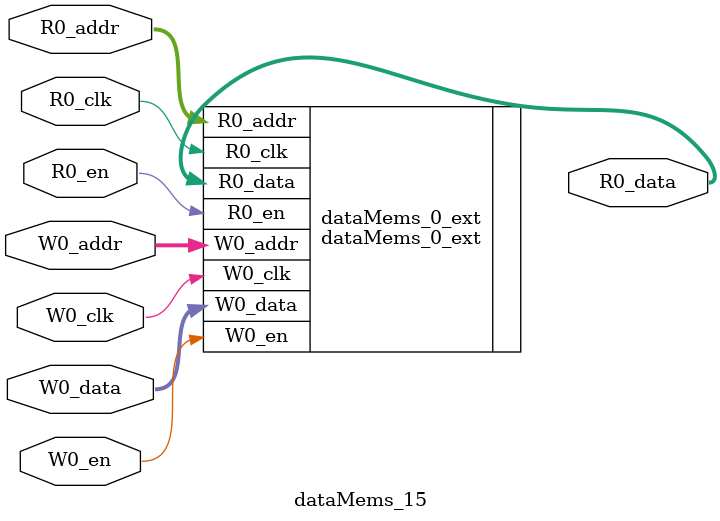
<source format=sv>
`ifndef RANDOMIZE
  `ifdef RANDOMIZE_REG_INIT
    `define RANDOMIZE
  `endif // RANDOMIZE_REG_INIT
`endif // not def RANDOMIZE
`ifndef RANDOMIZE
  `ifdef RANDOMIZE_MEM_INIT
    `define RANDOMIZE
  `endif // RANDOMIZE_MEM_INIT
`endif // not def RANDOMIZE

`ifndef RANDOM
  `define RANDOM $random
`endif // not def RANDOM

// Users can define 'PRINTF_COND' to add an extra gate to prints.
`ifndef PRINTF_COND_
  `ifdef PRINTF_COND
    `define PRINTF_COND_ (`PRINTF_COND)
  `else  // PRINTF_COND
    `define PRINTF_COND_ 1
  `endif // PRINTF_COND
`endif // not def PRINTF_COND_

// Users can define 'ASSERT_VERBOSE_COND' to add an extra gate to assert error printing.
`ifndef ASSERT_VERBOSE_COND_
  `ifdef ASSERT_VERBOSE_COND
    `define ASSERT_VERBOSE_COND_ (`ASSERT_VERBOSE_COND)
  `else  // ASSERT_VERBOSE_COND
    `define ASSERT_VERBOSE_COND_ 1
  `endif // ASSERT_VERBOSE_COND
`endif // not def ASSERT_VERBOSE_COND_

// Users can define 'STOP_COND' to add an extra gate to stop conditions.
`ifndef STOP_COND_
  `ifdef STOP_COND
    `define STOP_COND_ (`STOP_COND)
  `else  // STOP_COND
    `define STOP_COND_ 1
  `endif // STOP_COND
`endif // not def STOP_COND_

// Users can define INIT_RANDOM as general code that gets injected into the
// initializer block for modules with registers.
`ifndef INIT_RANDOM
  `define INIT_RANDOM
`endif // not def INIT_RANDOM

// If using random initialization, you can also define RANDOMIZE_DELAY to
// customize the delay used, otherwise 0.002 is used.
`ifndef RANDOMIZE_DELAY
  `define RANDOMIZE_DELAY 0.002
`endif // not def RANDOMIZE_DELAY

// Define INIT_RANDOM_PROLOG_ for use in our modules below.
`ifndef INIT_RANDOM_PROLOG_
  `ifdef RANDOMIZE
    `ifdef VERILATOR
      `define INIT_RANDOM_PROLOG_ `INIT_RANDOM
    `else  // VERILATOR
      `define INIT_RANDOM_PROLOG_ `INIT_RANDOM #`RANDOMIZE_DELAY begin end
    `endif // VERILATOR
  `else  // RANDOMIZE
    `define INIT_RANDOM_PROLOG_
  `endif // RANDOMIZE
`endif // not def INIT_RANDOM_PROLOG_

// Include register initializers in init blocks unless synthesis is set
`ifndef SYNTHESIS
  `ifndef ENABLE_INITIAL_REG_
    `define ENABLE_INITIAL_REG_
  `endif // not def ENABLE_INITIAL_REG_
`endif // not def SYNTHESIS

// Include rmemory initializers in init blocks unless synthesis is set
`ifndef SYNTHESIS
  `ifndef ENABLE_INITIAL_MEM_
    `define ENABLE_INITIAL_MEM_
  `endif // not def ENABLE_INITIAL_MEM_
`endif // not def SYNTHESIS

module dataMems_15(	// @[generators/ara/src/main/scala/UnsafeAXI4ToTL.scala:365:62]
  input  [4:0]   R0_addr,
  input          R0_en,
  input          R0_clk,
  output [514:0] R0_data,
  input  [4:0]   W0_addr,
  input          W0_en,
  input          W0_clk,
  input  [514:0] W0_data
);

  dataMems_0_ext dataMems_0_ext (	// @[generators/ara/src/main/scala/UnsafeAXI4ToTL.scala:365:62]
    .R0_addr (R0_addr),
    .R0_en   (R0_en),
    .R0_clk  (R0_clk),
    .R0_data (R0_data),
    .W0_addr (W0_addr),
    .W0_en   (W0_en),
    .W0_clk  (W0_clk),
    .W0_data (W0_data)
  );
endmodule


</source>
